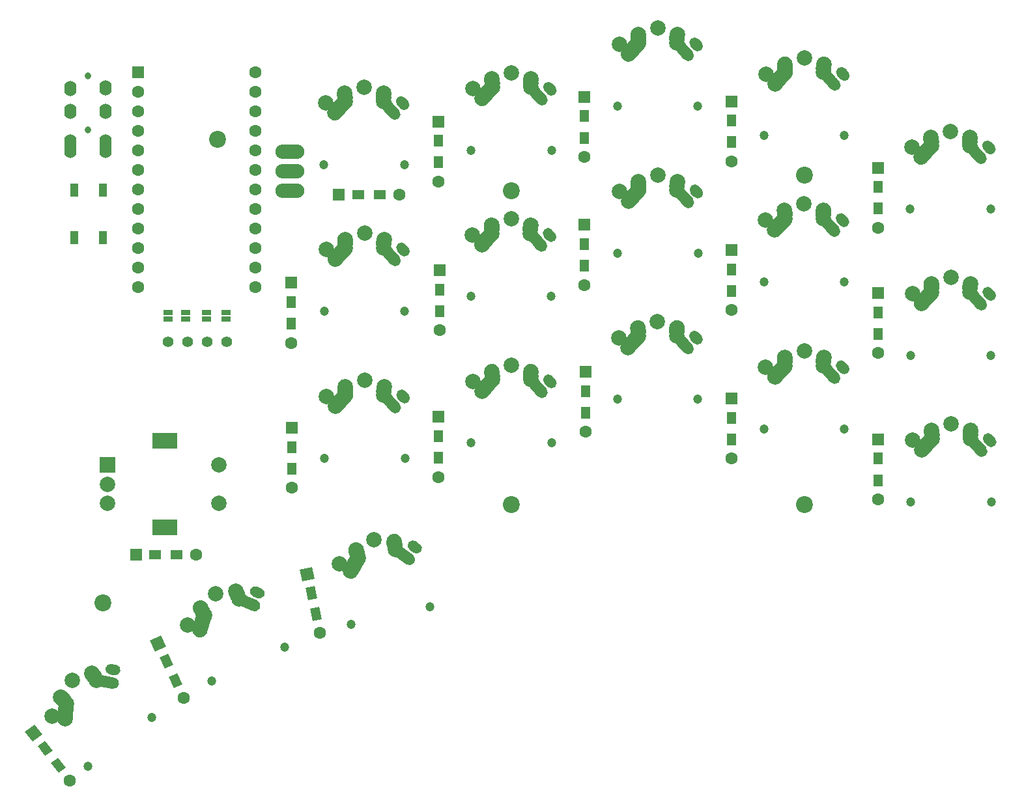
<source format=gbr>
%TF.GenerationSoftware,KiCad,Pcbnew,(5.1.7)-1*%
%TF.CreationDate,2021-07-12T16:27:12+05:30*%
%TF.ProjectId,Pteron36v0,50746572-6f6e-4333-9676-302e6b696361,rev?*%
%TF.SameCoordinates,Original*%
%TF.FileFunction,Soldermask,Bot*%
%TF.FilePolarity,Negative*%
%FSLAX46Y46*%
G04 Gerber Fmt 4.6, Leading zero omitted, Abs format (unit mm)*
G04 Created by KiCad (PCBNEW (5.1.7)-1) date 2021-07-12 16:27:12*
%MOMM*%
%LPD*%
G01*
G04 APERTURE LIST*
%ADD10C,1.200000*%
%ADD11C,2.000000*%
%ADD12C,2.200000*%
%ADD13C,1.600000*%
%ADD14R,1.600000X1.600000*%
%ADD15O,1.600000X2.000000*%
%ADD16C,0.800000*%
%ADD17R,2.000000X2.000000*%
%ADD18R,3.200000X2.000000*%
%ADD19R,1.600000X1.200000*%
%ADD20R,1.100000X1.800000*%
%ADD21O,3.759200X1.879600*%
%ADD22R,1.200000X1.600000*%
%ADD23C,0.100000*%
%ADD24R,1.270000X0.635000*%
%ADD25C,1.397000*%
G04 APERTURE END LIST*
D10*
%TO.C,SW28*%
X125881509Y-100269365D03*
X115441509Y-100269365D03*
G36*
G01*
X125982177Y-91578589D02*
X126382877Y-92025175D01*
G75*
G02*
X126329342Y-93013676I-521018J-467483D01*
G01*
X126329342Y-93013676D01*
G75*
G02*
X125340841Y-92960141I-467483J521018D01*
G01*
X124940141Y-92513555D01*
G75*
G02*
X124993676Y-91525054I521018J467483D01*
G01*
X124993676Y-91525054D01*
G75*
G02*
X125982177Y-91578589I467483J-521018D01*
G01*
G37*
D11*
X115661509Y-92269365D03*
X120661509Y-90169365D03*
G36*
G01*
X122164054Y-91501366D02*
X122203596Y-90921334D01*
G75*
G02*
X123269295Y-89991665I997684J-68015D01*
G01*
X123269295Y-89991665D01*
G75*
G02*
X124198964Y-91057364I-68015J-997684D01*
G01*
X124159422Y-91637396D01*
G75*
G02*
X123093723Y-92567065I-997684J68015D01*
G01*
X123093723Y-92567065D01*
G75*
G02*
X122164054Y-91501366I68015J997684D01*
G01*
G37*
X118121509Y-90989365D03*
X118161509Y-91569365D03*
G36*
G01*
X117163596Y-91637396D02*
X117124054Y-91057364D01*
G75*
G02*
X118053723Y-89991665I997684J68015D01*
G01*
X118053723Y-89991665D01*
G75*
G02*
X119119422Y-90921334I68015J-997684D01*
G01*
X119158964Y-91501366D01*
G75*
G02*
X118229295Y-92567065I-997684J-68015D01*
G01*
X118229295Y-92567065D01*
G75*
G02*
X117163596Y-91637396I-68015J997684D01*
G01*
G37*
G36*
G01*
X123803677Y-92785053D02*
X123803677Y-92785053D01*
G75*
G02*
X124862785Y-92842413I500874J-558234D01*
G01*
X125196701Y-93214569D01*
G75*
G02*
X125139341Y-94273677I-558234J-500874D01*
G01*
X125139341Y-94273677D01*
G75*
G02*
X124080233Y-94216317I-500874J558234D01*
G01*
X123746317Y-93844161D01*
G75*
G02*
X123803677Y-92785053I558234J500874D01*
G01*
G37*
X123161509Y-92069365D03*
G36*
G01*
X118905816Y-92737194D02*
X117595826Y-94197202D01*
G75*
G02*
X116183681Y-94273681I-744312J667833D01*
G01*
X116183681Y-94273681D01*
G75*
G02*
X116107202Y-92861536I667833J744312D01*
G01*
X117417192Y-91401528D01*
G75*
G02*
X118829337Y-91325049I744312J-667833D01*
G01*
X118829337Y-91325049D01*
G75*
G02*
X118905816Y-92737194I-667833J-744312D01*
G01*
G37*
G36*
G01*
X123552789Y-91382409D02*
X125196697Y-93214573D01*
G75*
G02*
X125139337Y-94273681I-558234J-500874D01*
G01*
X125139337Y-94273681D01*
G75*
G02*
X124080229Y-94216321I-500874J558234D01*
G01*
X122436321Y-92384157D01*
G75*
G02*
X122493681Y-91325049I558234J500874D01*
G01*
X122493681Y-91325049D01*
G75*
G02*
X123552789Y-91382409I500874J-558234D01*
G01*
G37*
X116851509Y-93529365D03*
X118161509Y-92069365D03*
X123201509Y-90989365D03*
X123161509Y-91569365D03*
%TD*%
D10*
%TO.C,SW27*%
X125862130Y-81143915D03*
X115422130Y-81143915D03*
G36*
G01*
X125962798Y-72453139D02*
X126363498Y-72899725D01*
G75*
G02*
X126309963Y-73888226I-521018J-467483D01*
G01*
X126309963Y-73888226D01*
G75*
G02*
X125321462Y-73834691I-467483J521018D01*
G01*
X124920762Y-73388105D01*
G75*
G02*
X124974297Y-72399604I521018J467483D01*
G01*
X124974297Y-72399604D01*
G75*
G02*
X125962798Y-72453139I467483J-521018D01*
G01*
G37*
D11*
X115642130Y-73143915D03*
X120642130Y-71043915D03*
G36*
G01*
X122144675Y-72375916D02*
X122184217Y-71795884D01*
G75*
G02*
X123249916Y-70866215I997684J-68015D01*
G01*
X123249916Y-70866215D01*
G75*
G02*
X124179585Y-71931914I-68015J-997684D01*
G01*
X124140043Y-72511946D01*
G75*
G02*
X123074344Y-73441615I-997684J68015D01*
G01*
X123074344Y-73441615D01*
G75*
G02*
X122144675Y-72375916I68015J997684D01*
G01*
G37*
X118102130Y-71863915D03*
X118142130Y-72443915D03*
G36*
G01*
X117144217Y-72511946D02*
X117104675Y-71931914D01*
G75*
G02*
X118034344Y-70866215I997684J68015D01*
G01*
X118034344Y-70866215D01*
G75*
G02*
X119100043Y-71795884I68015J-997684D01*
G01*
X119139585Y-72375916D01*
G75*
G02*
X118209916Y-73441615I-997684J-68015D01*
G01*
X118209916Y-73441615D01*
G75*
G02*
X117144217Y-72511946I-68015J997684D01*
G01*
G37*
G36*
G01*
X123784298Y-73659603D02*
X123784298Y-73659603D01*
G75*
G02*
X124843406Y-73716963I500874J-558234D01*
G01*
X125177322Y-74089119D01*
G75*
G02*
X125119962Y-75148227I-558234J-500874D01*
G01*
X125119962Y-75148227D01*
G75*
G02*
X124060854Y-75090867I-500874J558234D01*
G01*
X123726938Y-74718711D01*
G75*
G02*
X123784298Y-73659603I558234J500874D01*
G01*
G37*
X123142130Y-72943915D03*
G36*
G01*
X118886437Y-73611744D02*
X117576447Y-75071752D01*
G75*
G02*
X116164302Y-75148231I-744312J667833D01*
G01*
X116164302Y-75148231D01*
G75*
G02*
X116087823Y-73736086I667833J744312D01*
G01*
X117397813Y-72276078D01*
G75*
G02*
X118809958Y-72199599I744312J-667833D01*
G01*
X118809958Y-72199599D01*
G75*
G02*
X118886437Y-73611744I-667833J-744312D01*
G01*
G37*
G36*
G01*
X123533410Y-72256959D02*
X125177318Y-74089123D01*
G75*
G02*
X125119958Y-75148231I-558234J-500874D01*
G01*
X125119958Y-75148231D01*
G75*
G02*
X124060850Y-75090871I-500874J558234D01*
G01*
X122416942Y-73258707D01*
G75*
G02*
X122474302Y-72199599I558234J500874D01*
G01*
X122474302Y-72199599D01*
G75*
G02*
X123533410Y-72256959I500874J-558234D01*
G01*
G37*
X116832130Y-74403915D03*
X118142130Y-72943915D03*
X123182130Y-71863915D03*
X123142130Y-72443915D03*
%TD*%
D10*
%TO.C,SW26*%
X125818486Y-62109020D03*
X115378486Y-62109020D03*
G36*
G01*
X125919154Y-53418244D02*
X126319854Y-53864830D01*
G75*
G02*
X126266319Y-54853331I-521018J-467483D01*
G01*
X126266319Y-54853331D01*
G75*
G02*
X125277818Y-54799796I-467483J521018D01*
G01*
X124877118Y-54353210D01*
G75*
G02*
X124930653Y-53364709I521018J467483D01*
G01*
X124930653Y-53364709D01*
G75*
G02*
X125919154Y-53418244I467483J-521018D01*
G01*
G37*
D11*
X115598486Y-54109020D03*
X120598486Y-52009020D03*
G36*
G01*
X122101031Y-53341021D02*
X122140573Y-52760989D01*
G75*
G02*
X123206272Y-51831320I997684J-68015D01*
G01*
X123206272Y-51831320D01*
G75*
G02*
X124135941Y-52897019I-68015J-997684D01*
G01*
X124096399Y-53477051D01*
G75*
G02*
X123030700Y-54406720I-997684J68015D01*
G01*
X123030700Y-54406720D01*
G75*
G02*
X122101031Y-53341021I68015J997684D01*
G01*
G37*
X118058486Y-52829020D03*
X118098486Y-53409020D03*
G36*
G01*
X117100573Y-53477051D02*
X117061031Y-52897019D01*
G75*
G02*
X117990700Y-51831320I997684J68015D01*
G01*
X117990700Y-51831320D01*
G75*
G02*
X119056399Y-52760989I68015J-997684D01*
G01*
X119095941Y-53341021D01*
G75*
G02*
X118166272Y-54406720I-997684J-68015D01*
G01*
X118166272Y-54406720D01*
G75*
G02*
X117100573Y-53477051I-68015J997684D01*
G01*
G37*
G36*
G01*
X123740654Y-54624708D02*
X123740654Y-54624708D01*
G75*
G02*
X124799762Y-54682068I500874J-558234D01*
G01*
X125133678Y-55054224D01*
G75*
G02*
X125076318Y-56113332I-558234J-500874D01*
G01*
X125076318Y-56113332D01*
G75*
G02*
X124017210Y-56055972I-500874J558234D01*
G01*
X123683294Y-55683816D01*
G75*
G02*
X123740654Y-54624708I558234J500874D01*
G01*
G37*
X123098486Y-53909020D03*
G36*
G01*
X118842793Y-54576849D02*
X117532803Y-56036857D01*
G75*
G02*
X116120658Y-56113336I-744312J667833D01*
G01*
X116120658Y-56113336D01*
G75*
G02*
X116044179Y-54701191I667833J744312D01*
G01*
X117354169Y-53241183D01*
G75*
G02*
X118766314Y-53164704I744312J-667833D01*
G01*
X118766314Y-53164704D01*
G75*
G02*
X118842793Y-54576849I-667833J-744312D01*
G01*
G37*
G36*
G01*
X123489766Y-53222064D02*
X125133674Y-55054228D01*
G75*
G02*
X125076314Y-56113336I-558234J-500874D01*
G01*
X125076314Y-56113336D01*
G75*
G02*
X124017206Y-56055976I-500874J558234D01*
G01*
X122373298Y-54223812D01*
G75*
G02*
X122430658Y-53164704I558234J500874D01*
G01*
X122430658Y-53164704D01*
G75*
G02*
X123489766Y-53222064I500874J-558234D01*
G01*
G37*
X116788486Y-55369020D03*
X118098486Y-53909020D03*
X123138486Y-52829020D03*
X123098486Y-53409020D03*
%TD*%
D10*
%TO.C,SW24*%
X144948913Y-98293290D03*
X134508913Y-98293290D03*
G36*
G01*
X145049581Y-89602514D02*
X145450281Y-90049100D01*
G75*
G02*
X145396746Y-91037601I-521018J-467483D01*
G01*
X145396746Y-91037601D01*
G75*
G02*
X144408245Y-90984066I-467483J521018D01*
G01*
X144007545Y-90537480D01*
G75*
G02*
X144061080Y-89548979I521018J467483D01*
G01*
X144061080Y-89548979D01*
G75*
G02*
X145049581Y-89602514I467483J-521018D01*
G01*
G37*
D11*
X134728913Y-90293290D03*
X139728913Y-88193290D03*
G36*
G01*
X141231458Y-89525291D02*
X141271000Y-88945259D01*
G75*
G02*
X142336699Y-88015590I997684J-68015D01*
G01*
X142336699Y-88015590D01*
G75*
G02*
X143266368Y-89081289I-68015J-997684D01*
G01*
X143226826Y-89661321D01*
G75*
G02*
X142161127Y-90590990I-997684J68015D01*
G01*
X142161127Y-90590990D01*
G75*
G02*
X141231458Y-89525291I68015J997684D01*
G01*
G37*
X137188913Y-89013290D03*
X137228913Y-89593290D03*
G36*
G01*
X136231000Y-89661321D02*
X136191458Y-89081289D01*
G75*
G02*
X137121127Y-88015590I997684J68015D01*
G01*
X137121127Y-88015590D01*
G75*
G02*
X138186826Y-88945259I68015J-997684D01*
G01*
X138226368Y-89525291D01*
G75*
G02*
X137296699Y-90590990I-997684J-68015D01*
G01*
X137296699Y-90590990D01*
G75*
G02*
X136231000Y-89661321I-68015J997684D01*
G01*
G37*
G36*
G01*
X142871081Y-90808978D02*
X142871081Y-90808978D01*
G75*
G02*
X143930189Y-90866338I500874J-558234D01*
G01*
X144264105Y-91238494D01*
G75*
G02*
X144206745Y-92297602I-558234J-500874D01*
G01*
X144206745Y-92297602D01*
G75*
G02*
X143147637Y-92240242I-500874J558234D01*
G01*
X142813721Y-91868086D01*
G75*
G02*
X142871081Y-90808978I558234J500874D01*
G01*
G37*
X142228913Y-90093290D03*
G36*
G01*
X137973220Y-90761119D02*
X136663230Y-92221127D01*
G75*
G02*
X135251085Y-92297606I-744312J667833D01*
G01*
X135251085Y-92297606D01*
G75*
G02*
X135174606Y-90885461I667833J744312D01*
G01*
X136484596Y-89425453D01*
G75*
G02*
X137896741Y-89348974I744312J-667833D01*
G01*
X137896741Y-89348974D01*
G75*
G02*
X137973220Y-90761119I-667833J-744312D01*
G01*
G37*
G36*
G01*
X142620193Y-89406334D02*
X144264101Y-91238498D01*
G75*
G02*
X144206741Y-92297606I-558234J-500874D01*
G01*
X144206741Y-92297606D01*
G75*
G02*
X143147633Y-92240246I-500874J558234D01*
G01*
X141503725Y-90408082D01*
G75*
G02*
X141561085Y-89348974I558234J500874D01*
G01*
X141561085Y-89348974D01*
G75*
G02*
X142620193Y-89406334I500874J-558234D01*
G01*
G37*
X135918913Y-91553290D03*
X137228913Y-90093290D03*
X142268913Y-89013290D03*
X142228913Y-89593290D03*
%TD*%
D10*
%TO.C,SW23*%
X144905269Y-79258394D03*
X134465269Y-79258394D03*
G36*
G01*
X145005937Y-70567618D02*
X145406637Y-71014204D01*
G75*
G02*
X145353102Y-72002705I-521018J-467483D01*
G01*
X145353102Y-72002705D01*
G75*
G02*
X144364601Y-71949170I-467483J521018D01*
G01*
X143963901Y-71502584D01*
G75*
G02*
X144017436Y-70514083I521018J467483D01*
G01*
X144017436Y-70514083D01*
G75*
G02*
X145005937Y-70567618I467483J-521018D01*
G01*
G37*
D11*
X134685269Y-71258394D03*
X139685269Y-69158394D03*
G36*
G01*
X141187814Y-70490395D02*
X141227356Y-69910363D01*
G75*
G02*
X142293055Y-68980694I997684J-68015D01*
G01*
X142293055Y-68980694D01*
G75*
G02*
X143222724Y-70046393I-68015J-997684D01*
G01*
X143183182Y-70626425D01*
G75*
G02*
X142117483Y-71556094I-997684J68015D01*
G01*
X142117483Y-71556094D01*
G75*
G02*
X141187814Y-70490395I68015J997684D01*
G01*
G37*
X137145269Y-69978394D03*
X137185269Y-70558394D03*
G36*
G01*
X136187356Y-70626425D02*
X136147814Y-70046393D01*
G75*
G02*
X137077483Y-68980694I997684J68015D01*
G01*
X137077483Y-68980694D01*
G75*
G02*
X138143182Y-69910363I68015J-997684D01*
G01*
X138182724Y-70490395D01*
G75*
G02*
X137253055Y-71556094I-997684J-68015D01*
G01*
X137253055Y-71556094D01*
G75*
G02*
X136187356Y-70626425I-68015J997684D01*
G01*
G37*
G36*
G01*
X142827437Y-71774082D02*
X142827437Y-71774082D01*
G75*
G02*
X143886545Y-71831442I500874J-558234D01*
G01*
X144220461Y-72203598D01*
G75*
G02*
X144163101Y-73262706I-558234J-500874D01*
G01*
X144163101Y-73262706D01*
G75*
G02*
X143103993Y-73205346I-500874J558234D01*
G01*
X142770077Y-72833190D01*
G75*
G02*
X142827437Y-71774082I558234J500874D01*
G01*
G37*
X142185269Y-71058394D03*
G36*
G01*
X137929576Y-71726223D02*
X136619586Y-73186231D01*
G75*
G02*
X135207441Y-73262710I-744312J667833D01*
G01*
X135207441Y-73262710D01*
G75*
G02*
X135130962Y-71850565I667833J744312D01*
G01*
X136440952Y-70390557D01*
G75*
G02*
X137853097Y-70314078I744312J-667833D01*
G01*
X137853097Y-70314078D01*
G75*
G02*
X137929576Y-71726223I-667833J-744312D01*
G01*
G37*
G36*
G01*
X142576549Y-70371438D02*
X144220457Y-72203602D01*
G75*
G02*
X144163097Y-73262710I-558234J-500874D01*
G01*
X144163097Y-73262710D01*
G75*
G02*
X143103989Y-73205350I-500874J558234D01*
G01*
X141460081Y-71373186D01*
G75*
G02*
X141517441Y-70314078I558234J500874D01*
G01*
X141517441Y-70314078D01*
G75*
G02*
X142576549Y-70371438I500874J-558234D01*
G01*
G37*
X135875269Y-72518394D03*
X137185269Y-71058394D03*
X142225269Y-69978394D03*
X142185269Y-70558394D03*
%TD*%
D10*
%TO.C,SW22*%
X144952181Y-60247769D03*
X134512181Y-60247769D03*
G36*
G01*
X145052849Y-51556993D02*
X145453549Y-52003579D01*
G75*
G02*
X145400014Y-52992080I-521018J-467483D01*
G01*
X145400014Y-52992080D01*
G75*
G02*
X144411513Y-52938545I-467483J521018D01*
G01*
X144010813Y-52491959D01*
G75*
G02*
X144064348Y-51503458I521018J467483D01*
G01*
X144064348Y-51503458D01*
G75*
G02*
X145052849Y-51556993I467483J-521018D01*
G01*
G37*
D11*
X134732181Y-52247769D03*
X139732181Y-50147769D03*
G36*
G01*
X141234726Y-51479770D02*
X141274268Y-50899738D01*
G75*
G02*
X142339967Y-49970069I997684J-68015D01*
G01*
X142339967Y-49970069D01*
G75*
G02*
X143269636Y-51035768I-68015J-997684D01*
G01*
X143230094Y-51615800D01*
G75*
G02*
X142164395Y-52545469I-997684J68015D01*
G01*
X142164395Y-52545469D01*
G75*
G02*
X141234726Y-51479770I68015J997684D01*
G01*
G37*
X137192181Y-50967769D03*
X137232181Y-51547769D03*
G36*
G01*
X136234268Y-51615800D02*
X136194726Y-51035768D01*
G75*
G02*
X137124395Y-49970069I997684J68015D01*
G01*
X137124395Y-49970069D01*
G75*
G02*
X138190094Y-50899738I68015J-997684D01*
G01*
X138229636Y-51479770D01*
G75*
G02*
X137299967Y-52545469I-997684J-68015D01*
G01*
X137299967Y-52545469D01*
G75*
G02*
X136234268Y-51615800I-68015J997684D01*
G01*
G37*
G36*
G01*
X142874349Y-52763457D02*
X142874349Y-52763457D01*
G75*
G02*
X143933457Y-52820817I500874J-558234D01*
G01*
X144267373Y-53192973D01*
G75*
G02*
X144210013Y-54252081I-558234J-500874D01*
G01*
X144210013Y-54252081D01*
G75*
G02*
X143150905Y-54194721I-500874J558234D01*
G01*
X142816989Y-53822565D01*
G75*
G02*
X142874349Y-52763457I558234J500874D01*
G01*
G37*
X142232181Y-52047769D03*
G36*
G01*
X137976488Y-52715598D02*
X136666498Y-54175606D01*
G75*
G02*
X135254353Y-54252085I-744312J667833D01*
G01*
X135254353Y-54252085D01*
G75*
G02*
X135177874Y-52839940I667833J744312D01*
G01*
X136487864Y-51379932D01*
G75*
G02*
X137900009Y-51303453I744312J-667833D01*
G01*
X137900009Y-51303453D01*
G75*
G02*
X137976488Y-52715598I-667833J-744312D01*
G01*
G37*
G36*
G01*
X142623461Y-51360813D02*
X144267369Y-53192977D01*
G75*
G02*
X144210009Y-54252085I-558234J-500874D01*
G01*
X144210009Y-54252085D01*
G75*
G02*
X143150901Y-54194725I-500874J558234D01*
G01*
X141506993Y-52362561D01*
G75*
G02*
X141564353Y-51303453I558234J500874D01*
G01*
X141564353Y-51303453D01*
G75*
G02*
X142623461Y-51360813I500874J-558234D01*
G01*
G37*
X135922181Y-53507769D03*
X137232181Y-52047769D03*
X142272181Y-50967769D03*
X142232181Y-51547769D03*
%TD*%
D10*
%TO.C,SW20*%
X92976811Y-133986528D03*
X84694203Y-140341998D03*
G36*
G01*
X87766067Y-127030389D02*
X88355829Y-127140759D01*
G75*
G02*
X88915118Y-127957580I-128766J-688055D01*
G01*
X88915118Y-127957580D01*
G75*
G02*
X88098297Y-128516869I-688055J128766D01*
G01*
X87508535Y-128406499D01*
G75*
G02*
X86949246Y-127589678I128766J688055D01*
G01*
X86949246Y-127589678D01*
G75*
G02*
X87766067Y-127030389I688055J-128766D01*
G01*
G37*
D11*
X79998649Y-133861243D03*
X82687017Y-129151394D03*
G36*
G01*
X84689936Y-129293451D02*
X84368206Y-128809209D01*
G75*
G02*
X84647735Y-127422896I832921J553392D01*
G01*
X84647735Y-127422896D01*
G75*
G02*
X86034048Y-127702425I553392J-832921D01*
G01*
X86355778Y-128186667D01*
G75*
G02*
X86076249Y-129572980I-832921J-553392D01*
G01*
X86076249Y-129572980D01*
G75*
G02*
X84689936Y-129293451I-553392J832921D01*
G01*
G37*
X81171083Y-131348198D03*
X81555899Y-131783993D03*
G36*
G01*
X80805616Y-132445456D02*
X80421144Y-132009358D01*
G75*
G02*
X80509943Y-130597935I750111J661312D01*
G01*
X80509943Y-130597935D01*
G75*
G02*
X81921366Y-130686734I661312J-750111D01*
G01*
X82305838Y-131122832D01*
G75*
G02*
X82217039Y-132534255I-750111J-661312D01*
G01*
X82217039Y-132534255D01*
G75*
G02*
X80805616Y-132445456I-661312J750111D01*
G01*
G37*
G36*
G01*
X86772195Y-129313728D02*
X86772195Y-129313728D01*
G75*
G02*
X87647361Y-128714490I737202J-137964D01*
G01*
X88138829Y-128806466D01*
G75*
G02*
X88738067Y-129681632I-137964J-737202D01*
G01*
X88738067Y-129681632D01*
G75*
G02*
X87862901Y-130280870I-737202J137964D01*
G01*
X87371433Y-130188894D01*
G75*
G02*
X86772195Y-129313728I137964J737202D01*
G01*
G37*
X85827047Y-129136862D03*
G36*
G01*
X82857326Y-132257388D02*
X82706838Y-134213162D01*
G75*
G02*
X81633066Y-135133496I-997053J76719D01*
G01*
X81633066Y-135133496D01*
G75*
G02*
X80712732Y-134059724I76719J997053D01*
G01*
X80863220Y-132103950D01*
G75*
G02*
X81936992Y-131183616I997053J-76719D01*
G01*
X81936992Y-131183616D01*
G75*
G02*
X82857326Y-132257388I-76719J-997053D01*
G01*
G37*
G36*
G01*
X85719278Y-128353666D02*
X88138828Y-128806472D01*
G75*
G02*
X88738066Y-129681638I-137964J-737202D01*
G01*
X88738066Y-129681638D01*
G75*
G02*
X87862900Y-130280876I-737202J137964D01*
G01*
X85443350Y-129828070D01*
G75*
G02*
X84844112Y-128952904I137964J737202D01*
G01*
X84844112Y-128952904D01*
G75*
G02*
X85719278Y-128353666I737202J-137964D01*
G01*
G37*
X81709779Y-134136443D03*
X81860280Y-132180669D03*
X85201318Y-128255690D03*
X85522666Y-128740185D03*
%TD*%
D10*
%TO.C,SW19*%
X163942246Y-92609196D03*
X153502246Y-92609196D03*
G36*
G01*
X164042914Y-83918420D02*
X164443614Y-84365006D01*
G75*
G02*
X164390079Y-85353507I-521018J-467483D01*
G01*
X164390079Y-85353507D01*
G75*
G02*
X163401578Y-85299972I-467483J521018D01*
G01*
X163000878Y-84853386D01*
G75*
G02*
X163054413Y-83864885I521018J467483D01*
G01*
X163054413Y-83864885D01*
G75*
G02*
X164042914Y-83918420I467483J-521018D01*
G01*
G37*
D11*
X153722246Y-84609196D03*
X158722246Y-82509196D03*
G36*
G01*
X160224791Y-83841197D02*
X160264333Y-83261165D01*
G75*
G02*
X161330032Y-82331496I997684J-68015D01*
G01*
X161330032Y-82331496D01*
G75*
G02*
X162259701Y-83397195I-68015J-997684D01*
G01*
X162220159Y-83977227D01*
G75*
G02*
X161154460Y-84906896I-997684J68015D01*
G01*
X161154460Y-84906896D01*
G75*
G02*
X160224791Y-83841197I68015J997684D01*
G01*
G37*
X156182246Y-83329196D03*
X156222246Y-83909196D03*
G36*
G01*
X155224333Y-83977227D02*
X155184791Y-83397195D01*
G75*
G02*
X156114460Y-82331496I997684J68015D01*
G01*
X156114460Y-82331496D01*
G75*
G02*
X157180159Y-83261165I68015J-997684D01*
G01*
X157219701Y-83841197D01*
G75*
G02*
X156290032Y-84906896I-997684J-68015D01*
G01*
X156290032Y-84906896D01*
G75*
G02*
X155224333Y-83977227I-68015J997684D01*
G01*
G37*
G36*
G01*
X161864414Y-85124884D02*
X161864414Y-85124884D01*
G75*
G02*
X162923522Y-85182244I500874J-558234D01*
G01*
X163257438Y-85554400D01*
G75*
G02*
X163200078Y-86613508I-558234J-500874D01*
G01*
X163200078Y-86613508D01*
G75*
G02*
X162140970Y-86556148I-500874J558234D01*
G01*
X161807054Y-86183992D01*
G75*
G02*
X161864414Y-85124884I558234J500874D01*
G01*
G37*
X161222246Y-84409196D03*
G36*
G01*
X156966553Y-85077025D02*
X155656563Y-86537033D01*
G75*
G02*
X154244418Y-86613512I-744312J667833D01*
G01*
X154244418Y-86613512D01*
G75*
G02*
X154167939Y-85201367I667833J744312D01*
G01*
X155477929Y-83741359D01*
G75*
G02*
X156890074Y-83664880I744312J-667833D01*
G01*
X156890074Y-83664880D01*
G75*
G02*
X156966553Y-85077025I-667833J-744312D01*
G01*
G37*
G36*
G01*
X161613526Y-83722240D02*
X163257434Y-85554404D01*
G75*
G02*
X163200074Y-86613512I-558234J-500874D01*
G01*
X163200074Y-86613512D01*
G75*
G02*
X162140966Y-86556152I-500874J558234D01*
G01*
X160497058Y-84723988D01*
G75*
G02*
X160554418Y-83664880I558234J500874D01*
G01*
X160554418Y-83664880D01*
G75*
G02*
X161613526Y-83722240I500874J-558234D01*
G01*
G37*
X154912246Y-85869196D03*
X156222246Y-84409196D03*
X161262246Y-83329196D03*
X161222246Y-83909196D03*
%TD*%
D10*
%TO.C,SW18*%
X163989162Y-73598567D03*
X153549162Y-73598567D03*
G36*
G01*
X164089830Y-64907791D02*
X164490530Y-65354377D01*
G75*
G02*
X164436995Y-66342878I-521018J-467483D01*
G01*
X164436995Y-66342878D01*
G75*
G02*
X163448494Y-66289343I-467483J521018D01*
G01*
X163047794Y-65842757D01*
G75*
G02*
X163101329Y-64854256I521018J467483D01*
G01*
X163101329Y-64854256D01*
G75*
G02*
X164089830Y-64907791I467483J-521018D01*
G01*
G37*
D11*
X153769162Y-65598567D03*
X158769162Y-63498567D03*
G36*
G01*
X160271707Y-64830568D02*
X160311249Y-64250536D01*
G75*
G02*
X161376948Y-63320867I997684J-68015D01*
G01*
X161376948Y-63320867D01*
G75*
G02*
X162306617Y-64386566I-68015J-997684D01*
G01*
X162267075Y-64966598D01*
G75*
G02*
X161201376Y-65896267I-997684J68015D01*
G01*
X161201376Y-65896267D01*
G75*
G02*
X160271707Y-64830568I68015J997684D01*
G01*
G37*
X156229162Y-64318567D03*
X156269162Y-64898567D03*
G36*
G01*
X155271249Y-64966598D02*
X155231707Y-64386566D01*
G75*
G02*
X156161376Y-63320867I997684J68015D01*
G01*
X156161376Y-63320867D01*
G75*
G02*
X157227075Y-64250536I68015J-997684D01*
G01*
X157266617Y-64830568D01*
G75*
G02*
X156336948Y-65896267I-997684J-68015D01*
G01*
X156336948Y-65896267D01*
G75*
G02*
X155271249Y-64966598I-68015J997684D01*
G01*
G37*
G36*
G01*
X161911330Y-66114255D02*
X161911330Y-66114255D01*
G75*
G02*
X162970438Y-66171615I500874J-558234D01*
G01*
X163304354Y-66543771D01*
G75*
G02*
X163246994Y-67602879I-558234J-500874D01*
G01*
X163246994Y-67602879D01*
G75*
G02*
X162187886Y-67545519I-500874J558234D01*
G01*
X161853970Y-67173363D01*
G75*
G02*
X161911330Y-66114255I558234J500874D01*
G01*
G37*
X161269162Y-65398567D03*
G36*
G01*
X157013469Y-66066396D02*
X155703479Y-67526404D01*
G75*
G02*
X154291334Y-67602883I-744312J667833D01*
G01*
X154291334Y-67602883D01*
G75*
G02*
X154214855Y-66190738I667833J744312D01*
G01*
X155524845Y-64730730D01*
G75*
G02*
X156936990Y-64654251I744312J-667833D01*
G01*
X156936990Y-64654251D01*
G75*
G02*
X157013469Y-66066396I-667833J-744312D01*
G01*
G37*
G36*
G01*
X161660442Y-64711611D02*
X163304350Y-66543775D01*
G75*
G02*
X163246990Y-67602883I-558234J-500874D01*
G01*
X163246990Y-67602883D01*
G75*
G02*
X162187882Y-67545523I-500874J558234D01*
G01*
X160543974Y-65713359D01*
G75*
G02*
X160601334Y-64654251I558234J500874D01*
G01*
X160601334Y-64654251D01*
G75*
G02*
X161660442Y-64711611I500874J-558234D01*
G01*
G37*
X154959162Y-66858567D03*
X156269162Y-65398567D03*
X161309162Y-64318567D03*
X161269162Y-64898567D03*
%TD*%
D10*
%TO.C,SW17*%
X163969779Y-54473116D03*
X153529779Y-54473116D03*
G36*
G01*
X164070447Y-45782340D02*
X164471147Y-46228926D01*
G75*
G02*
X164417612Y-47217427I-521018J-467483D01*
G01*
X164417612Y-47217427D01*
G75*
G02*
X163429111Y-47163892I-467483J521018D01*
G01*
X163028411Y-46717306D01*
G75*
G02*
X163081946Y-45728805I521018J467483D01*
G01*
X163081946Y-45728805D01*
G75*
G02*
X164070447Y-45782340I467483J-521018D01*
G01*
G37*
D11*
X153749779Y-46473116D03*
X158749779Y-44373116D03*
G36*
G01*
X160252324Y-45705117D02*
X160291866Y-45125085D01*
G75*
G02*
X161357565Y-44195416I997684J-68015D01*
G01*
X161357565Y-44195416D01*
G75*
G02*
X162287234Y-45261115I-68015J-997684D01*
G01*
X162247692Y-45841147D01*
G75*
G02*
X161181993Y-46770816I-997684J68015D01*
G01*
X161181993Y-46770816D01*
G75*
G02*
X160252324Y-45705117I68015J997684D01*
G01*
G37*
X156209779Y-45193116D03*
X156249779Y-45773116D03*
G36*
G01*
X155251866Y-45841147D02*
X155212324Y-45261115D01*
G75*
G02*
X156141993Y-44195416I997684J68015D01*
G01*
X156141993Y-44195416D01*
G75*
G02*
X157207692Y-45125085I68015J-997684D01*
G01*
X157247234Y-45705117D01*
G75*
G02*
X156317565Y-46770816I-997684J-68015D01*
G01*
X156317565Y-46770816D01*
G75*
G02*
X155251866Y-45841147I-68015J997684D01*
G01*
G37*
G36*
G01*
X161891947Y-46988804D02*
X161891947Y-46988804D01*
G75*
G02*
X162951055Y-47046164I500874J-558234D01*
G01*
X163284971Y-47418320D01*
G75*
G02*
X163227611Y-48477428I-558234J-500874D01*
G01*
X163227611Y-48477428D01*
G75*
G02*
X162168503Y-48420068I-500874J558234D01*
G01*
X161834587Y-48047912D01*
G75*
G02*
X161891947Y-46988804I558234J500874D01*
G01*
G37*
X161249779Y-46273116D03*
G36*
G01*
X156994086Y-46940945D02*
X155684096Y-48400953D01*
G75*
G02*
X154271951Y-48477432I-744312J667833D01*
G01*
X154271951Y-48477432D01*
G75*
G02*
X154195472Y-47065287I667833J744312D01*
G01*
X155505462Y-45605279D01*
G75*
G02*
X156917607Y-45528800I744312J-667833D01*
G01*
X156917607Y-45528800D01*
G75*
G02*
X156994086Y-46940945I-667833J-744312D01*
G01*
G37*
G36*
G01*
X161641059Y-45586160D02*
X163284967Y-47418324D01*
G75*
G02*
X163227607Y-48477432I-558234J-500874D01*
G01*
X163227607Y-48477432D01*
G75*
G02*
X162168499Y-48420072I-500874J558234D01*
G01*
X160524591Y-46587908D01*
G75*
G02*
X160581951Y-45528800I558234J500874D01*
G01*
X160581951Y-45528800D01*
G75*
G02*
X161641059Y-45586160I500874J-558234D01*
G01*
G37*
X154939779Y-47733116D03*
X156249779Y-46273116D03*
X161289779Y-45193116D03*
X161249779Y-45773116D03*
%TD*%
D10*
%TO.C,SW15*%
X110268018Y-124879285D03*
X100806165Y-129291420D03*
G36*
G01*
X106686375Y-116960223D02*
X107238267Y-117195625D01*
G75*
G02*
X107607506Y-118114136I-274636J-643875D01*
G01*
X107607506Y-118114136D01*
G75*
G02*
X106688995Y-118483375I-643875J274636D01*
G01*
X106137103Y-118247973D01*
G75*
G02*
X105767864Y-117329462I274636J643875D01*
G01*
X105767864Y-117329462D01*
G75*
G02*
X106686375Y-116960223I643875J-274636D01*
G01*
G37*
D11*
X97624607Y-121947982D03*
X101268647Y-117931644D03*
G36*
G01*
X103193342Y-118503844D02*
X102984048Y-117961446D01*
G75*
G02*
X103557005Y-116668495I932954J359997D01*
G01*
X103557005Y-116668495D01*
G75*
G02*
X104849956Y-117241452I359997J-932954D01*
G01*
X105059250Y-117783850D01*
G75*
G02*
X104486293Y-119076801I-932954J-359997D01*
G01*
X104486293Y-119076801D01*
G75*
G02*
X103193342Y-118503844I-359997J932954D01*
G01*
G37*
X99313172Y-119748267D03*
X99594543Y-120257021D03*
G36*
G01*
X98718878Y-120740414D02*
X98437908Y-120231438D01*
G75*
G02*
X98830091Y-118872691I875465J483282D01*
G01*
X98830091Y-118872691D01*
G75*
G02*
X100188838Y-119264874I483282J-875465D01*
G01*
X100469808Y-119773850D01*
G75*
G02*
X100077625Y-121132597I-875465J-483282D01*
G01*
X100077625Y-121132597D01*
G75*
G02*
X98718878Y-120740414I-483282J875465D01*
G01*
G37*
G36*
G01*
X105221856Y-118974326D02*
X105221856Y-118974326D01*
G75*
G02*
X106205975Y-118578713I689866J-294253D01*
G01*
X106665885Y-118774881D01*
G75*
G02*
X107061498Y-119759000I-294253J-689866D01*
G01*
X107061498Y-119759000D01*
G75*
G02*
X106077379Y-120154613I-689866J294253D01*
G01*
X105617469Y-119958445D01*
G75*
G02*
X105221856Y-118974326I294253J689866D01*
G01*
G37*
X104337391Y-118597083D03*
G36*
G01*
X100762660Y-121000874D02*
X100192432Y-122877718D01*
G75*
G02*
X98944916Y-123543830I-956814J290702D01*
G01*
X98944916Y-123543830D01*
G75*
G02*
X98278804Y-122296314I290702J956814D01*
G01*
X98849032Y-120419470D01*
G75*
G02*
X100096548Y-119753358I956814J-290702D01*
G01*
X100096548Y-119753358D01*
G75*
G02*
X100762660Y-121000874I-290702J-956814D01*
G01*
G37*
G36*
G01*
X104401691Y-117809127D02*
X106665883Y-118774887D01*
G75*
G02*
X107061496Y-119759006I-294253J-689866D01*
G01*
X107061496Y-119759006D01*
G75*
G02*
X106077377Y-120154619I-689866J294253D01*
G01*
X103813185Y-119188859D01*
G75*
G02*
X103417572Y-118204740I294253J689866D01*
G01*
X103417572Y-118204740D01*
G75*
G02*
X104401691Y-117809127I689866J-294253D01*
G01*
G37*
X99235612Y-122587014D03*
X99805852Y-120710175D03*
X103917216Y-117601366D03*
X104126082Y-118143929D03*
%TD*%
D10*
%TO.C,SW14*%
X183002678Y-96454677D03*
X172562678Y-96454677D03*
G36*
G01*
X183103346Y-87763901D02*
X183504046Y-88210487D01*
G75*
G02*
X183450511Y-89198988I-521018J-467483D01*
G01*
X183450511Y-89198988D01*
G75*
G02*
X182462010Y-89145453I-467483J521018D01*
G01*
X182061310Y-88698867D01*
G75*
G02*
X182114845Y-87710366I521018J467483D01*
G01*
X182114845Y-87710366D01*
G75*
G02*
X183103346Y-87763901I467483J-521018D01*
G01*
G37*
D11*
X172782678Y-88454677D03*
X177782678Y-86354677D03*
G36*
G01*
X179285223Y-87686678D02*
X179324765Y-87106646D01*
G75*
G02*
X180390464Y-86176977I997684J-68015D01*
G01*
X180390464Y-86176977D01*
G75*
G02*
X181320133Y-87242676I-68015J-997684D01*
G01*
X181280591Y-87822708D01*
G75*
G02*
X180214892Y-88752377I-997684J68015D01*
G01*
X180214892Y-88752377D01*
G75*
G02*
X179285223Y-87686678I68015J997684D01*
G01*
G37*
X175242678Y-87174677D03*
X175282678Y-87754677D03*
G36*
G01*
X174284765Y-87822708D02*
X174245223Y-87242676D01*
G75*
G02*
X175174892Y-86176977I997684J68015D01*
G01*
X175174892Y-86176977D01*
G75*
G02*
X176240591Y-87106646I68015J-997684D01*
G01*
X176280133Y-87686678D01*
G75*
G02*
X175350464Y-88752377I-997684J-68015D01*
G01*
X175350464Y-88752377D01*
G75*
G02*
X174284765Y-87822708I-68015J997684D01*
G01*
G37*
G36*
G01*
X180924846Y-88970365D02*
X180924846Y-88970365D01*
G75*
G02*
X181983954Y-89027725I500874J-558234D01*
G01*
X182317870Y-89399881D01*
G75*
G02*
X182260510Y-90458989I-558234J-500874D01*
G01*
X182260510Y-90458989D01*
G75*
G02*
X181201402Y-90401629I-500874J558234D01*
G01*
X180867486Y-90029473D01*
G75*
G02*
X180924846Y-88970365I558234J500874D01*
G01*
G37*
X180282678Y-88254677D03*
G36*
G01*
X176026985Y-88922506D02*
X174716995Y-90382514D01*
G75*
G02*
X173304850Y-90458993I-744312J667833D01*
G01*
X173304850Y-90458993D01*
G75*
G02*
X173228371Y-89046848I667833J744312D01*
G01*
X174538361Y-87586840D01*
G75*
G02*
X175950506Y-87510361I744312J-667833D01*
G01*
X175950506Y-87510361D01*
G75*
G02*
X176026985Y-88922506I-667833J-744312D01*
G01*
G37*
G36*
G01*
X180673958Y-87567721D02*
X182317866Y-89399885D01*
G75*
G02*
X182260506Y-90458993I-558234J-500874D01*
G01*
X182260506Y-90458993D01*
G75*
G02*
X181201398Y-90401633I-500874J558234D01*
G01*
X179557490Y-88569469D01*
G75*
G02*
X179614850Y-87510361I558234J500874D01*
G01*
X179614850Y-87510361D01*
G75*
G02*
X180673958Y-87567721I500874J-558234D01*
G01*
G37*
X173972678Y-89714677D03*
X175282678Y-88254677D03*
X180322678Y-87174677D03*
X180282678Y-87754677D03*
%TD*%
D10*
%TO.C,SW13*%
X182983305Y-77329232D03*
X172543305Y-77329232D03*
G36*
G01*
X183083973Y-68638456D02*
X183484673Y-69085042D01*
G75*
G02*
X183431138Y-70073543I-521018J-467483D01*
G01*
X183431138Y-70073543D01*
G75*
G02*
X182442637Y-70020008I-467483J521018D01*
G01*
X182041937Y-69573422D01*
G75*
G02*
X182095472Y-68584921I521018J467483D01*
G01*
X182095472Y-68584921D01*
G75*
G02*
X183083973Y-68638456I467483J-521018D01*
G01*
G37*
D11*
X172763305Y-69329232D03*
X177763305Y-67229232D03*
G36*
G01*
X179265850Y-68561233D02*
X179305392Y-67981201D01*
G75*
G02*
X180371091Y-67051532I997684J-68015D01*
G01*
X180371091Y-67051532D01*
G75*
G02*
X181300760Y-68117231I-68015J-997684D01*
G01*
X181261218Y-68697263D01*
G75*
G02*
X180195519Y-69626932I-997684J68015D01*
G01*
X180195519Y-69626932D01*
G75*
G02*
X179265850Y-68561233I68015J997684D01*
G01*
G37*
X175223305Y-68049232D03*
X175263305Y-68629232D03*
G36*
G01*
X174265392Y-68697263D02*
X174225850Y-68117231D01*
G75*
G02*
X175155519Y-67051532I997684J68015D01*
G01*
X175155519Y-67051532D01*
G75*
G02*
X176221218Y-67981201I68015J-997684D01*
G01*
X176260760Y-68561233D01*
G75*
G02*
X175331091Y-69626932I-997684J-68015D01*
G01*
X175331091Y-69626932D01*
G75*
G02*
X174265392Y-68697263I-68015J997684D01*
G01*
G37*
G36*
G01*
X180905473Y-69844920D02*
X180905473Y-69844920D01*
G75*
G02*
X181964581Y-69902280I500874J-558234D01*
G01*
X182298497Y-70274436D01*
G75*
G02*
X182241137Y-71333544I-558234J-500874D01*
G01*
X182241137Y-71333544D01*
G75*
G02*
X181182029Y-71276184I-500874J558234D01*
G01*
X180848113Y-70904028D01*
G75*
G02*
X180905473Y-69844920I558234J500874D01*
G01*
G37*
X180263305Y-69129232D03*
G36*
G01*
X176007612Y-69797061D02*
X174697622Y-71257069D01*
G75*
G02*
X173285477Y-71333548I-744312J667833D01*
G01*
X173285477Y-71333548D01*
G75*
G02*
X173208998Y-69921403I667833J744312D01*
G01*
X174518988Y-68461395D01*
G75*
G02*
X175931133Y-68384916I744312J-667833D01*
G01*
X175931133Y-68384916D01*
G75*
G02*
X176007612Y-69797061I-667833J-744312D01*
G01*
G37*
G36*
G01*
X180654585Y-68442276D02*
X182298493Y-70274440D01*
G75*
G02*
X182241133Y-71333548I-558234J-500874D01*
G01*
X182241133Y-71333548D01*
G75*
G02*
X181182025Y-71276188I-500874J558234D01*
G01*
X179538117Y-69444024D01*
G75*
G02*
X179595477Y-68384916I558234J500874D01*
G01*
X179595477Y-68384916D01*
G75*
G02*
X180654585Y-68442276I500874J-558234D01*
G01*
G37*
X173953305Y-70589232D03*
X175263305Y-69129232D03*
X180303305Y-68049232D03*
X180263305Y-68629232D03*
%TD*%
D10*
%TO.C,SW12*%
X183030215Y-58318605D03*
X172590215Y-58318605D03*
G36*
G01*
X183130883Y-49627829D02*
X183531583Y-50074415D01*
G75*
G02*
X183478048Y-51062916I-521018J-467483D01*
G01*
X183478048Y-51062916D01*
G75*
G02*
X182489547Y-51009381I-467483J521018D01*
G01*
X182088847Y-50562795D01*
G75*
G02*
X182142382Y-49574294I521018J467483D01*
G01*
X182142382Y-49574294D01*
G75*
G02*
X183130883Y-49627829I467483J-521018D01*
G01*
G37*
D11*
X172810215Y-50318605D03*
X177810215Y-48218605D03*
G36*
G01*
X179312760Y-49550606D02*
X179352302Y-48970574D01*
G75*
G02*
X180418001Y-48040905I997684J-68015D01*
G01*
X180418001Y-48040905D01*
G75*
G02*
X181347670Y-49106604I-68015J-997684D01*
G01*
X181308128Y-49686636D01*
G75*
G02*
X180242429Y-50616305I-997684J68015D01*
G01*
X180242429Y-50616305D01*
G75*
G02*
X179312760Y-49550606I68015J997684D01*
G01*
G37*
X175270215Y-49038605D03*
X175310215Y-49618605D03*
G36*
G01*
X174312302Y-49686636D02*
X174272760Y-49106604D01*
G75*
G02*
X175202429Y-48040905I997684J68015D01*
G01*
X175202429Y-48040905D01*
G75*
G02*
X176268128Y-48970574I68015J-997684D01*
G01*
X176307670Y-49550606D01*
G75*
G02*
X175378001Y-50616305I-997684J-68015D01*
G01*
X175378001Y-50616305D01*
G75*
G02*
X174312302Y-49686636I-68015J997684D01*
G01*
G37*
G36*
G01*
X180952383Y-50834293D02*
X180952383Y-50834293D01*
G75*
G02*
X182011491Y-50891653I500874J-558234D01*
G01*
X182345407Y-51263809D01*
G75*
G02*
X182288047Y-52322917I-558234J-500874D01*
G01*
X182288047Y-52322917D01*
G75*
G02*
X181228939Y-52265557I-500874J558234D01*
G01*
X180895023Y-51893401D01*
G75*
G02*
X180952383Y-50834293I558234J500874D01*
G01*
G37*
X180310215Y-50118605D03*
G36*
G01*
X176054522Y-50786434D02*
X174744532Y-52246442D01*
G75*
G02*
X173332387Y-52322921I-744312J667833D01*
G01*
X173332387Y-52322921D01*
G75*
G02*
X173255908Y-50910776I667833J744312D01*
G01*
X174565898Y-49450768D01*
G75*
G02*
X175978043Y-49374289I744312J-667833D01*
G01*
X175978043Y-49374289D01*
G75*
G02*
X176054522Y-50786434I-667833J-744312D01*
G01*
G37*
G36*
G01*
X180701495Y-49431649D02*
X182345403Y-51263813D01*
G75*
G02*
X182288043Y-52322921I-558234J-500874D01*
G01*
X182288043Y-52322921D01*
G75*
G02*
X181228935Y-52265561I-500874J558234D01*
G01*
X179585027Y-50433397D01*
G75*
G02*
X179642387Y-49374289I558234J500874D01*
G01*
X179642387Y-49374289D01*
G75*
G02*
X180701495Y-49431649I500874J-558234D01*
G01*
G37*
X174000215Y-51578605D03*
X175310215Y-50118605D03*
X180350215Y-49038605D03*
X180310215Y-49618605D03*
%TD*%
D10*
%TO.C,SW10*%
X129118196Y-119593549D03*
X118925665Y-121853179D03*
G36*
G01*
X127335450Y-111086990D02*
X127823310Y-111436264D01*
G75*
G02*
X127984995Y-112412921I-407486J-569171D01*
G01*
X127984995Y-112412921D01*
G75*
G02*
X127008338Y-112574606I-569171J407486D01*
G01*
X126520478Y-112225332D01*
G75*
G02*
X126358793Y-111248675I407486J569171D01*
G01*
X126358793Y-111248675D01*
G75*
G02*
X127335450Y-111086990I569171J-407486D01*
G01*
G37*
D11*
X117408933Y-113995194D03*
X121835890Y-110862775D03*
G36*
G01*
X123591116Y-111837991D02*
X123504180Y-111263149D01*
G75*
G02*
X124343401Y-110124858I988756J149535D01*
G01*
X124343401Y-110124858D01*
G75*
G02*
X125481692Y-110964079I149535J-988756D01*
G01*
X125568628Y-111538921D01*
G75*
G02*
X124729407Y-112677212I-988756J-149535D01*
G01*
X124729407Y-112677212D01*
G75*
G02*
X123591116Y-111837991I-149535J988756D01*
G01*
G37*
X119533579Y-112213094D03*
X119698166Y-112770688D03*
G36*
G01*
X118738632Y-113053094D02*
X118574484Y-112495370D01*
G75*
G02*
X119251457Y-111253715I959314J282341D01*
G01*
X119251457Y-111253715D01*
G75*
G02*
X120493112Y-111930688I282341J-959314D01*
G01*
X120657260Y-112488412D01*
G75*
G02*
X119980287Y-113730067I-959314J-282341D01*
G01*
X119980287Y-113730067D01*
G75*
G02*
X118738632Y-113053094I-282341J959314D01*
G01*
G37*
G36*
G01*
X125469714Y-112736371D02*
X125469714Y-112736371D01*
G75*
G02*
X126516132Y-112563137I609826J-436592D01*
G01*
X126922682Y-112854199D01*
G75*
G02*
X127095916Y-113900617I-436592J-609826D01*
G01*
X127095916Y-113900617D01*
G75*
G02*
X126049498Y-114073851I-609826J436592D01*
G01*
X125642948Y-113782789D01*
G75*
G02*
X125469714Y-112736371I436592J609826D01*
G01*
G37*
X124687866Y-112176638D03*
G36*
G01*
X120677595Y-113749737D02*
X119714659Y-115458671D01*
G75*
G02*
X118352541Y-115838981I-871214J490904D01*
G01*
X118352541Y-115838981D01*
G75*
G02*
X117972231Y-114476863I490904J871214D01*
G01*
X118935167Y-112767929D01*
G75*
G02*
X120297285Y-112387619I871214J-490904D01*
G01*
X120297285Y-112387619D01*
G75*
G02*
X120677595Y-113749737I-490904J-871214D01*
G01*
G37*
G36*
G01*
X124921185Y-111421276D02*
X126922679Y-112854204D01*
G75*
G02*
X127095913Y-113900622I-436592J-609826D01*
G01*
X127095913Y-113900622D01*
G75*
G02*
X126049495Y-114073856I-609826J436592D01*
G01*
X124048001Y-112640928D01*
G75*
G02*
X123874767Y-111594510I436592J609826D01*
G01*
X123874767Y-111594510D01*
G75*
G02*
X124921185Y-111421276I609826J-436592D01*
G01*
G37*
X118843440Y-114967764D03*
X119806386Y-113258836D03*
X124493163Y-111113581D03*
X124579646Y-111688490D03*
%TD*%
D10*
%TO.C,SW9*%
X202104677Y-105940622D03*
X191664677Y-105940622D03*
G36*
G01*
X202205345Y-97249846D02*
X202606045Y-97696432D01*
G75*
G02*
X202552510Y-98684933I-521018J-467483D01*
G01*
X202552510Y-98684933D01*
G75*
G02*
X201564009Y-98631398I-467483J521018D01*
G01*
X201163309Y-98184812D01*
G75*
G02*
X201216844Y-97196311I521018J467483D01*
G01*
X201216844Y-97196311D01*
G75*
G02*
X202205345Y-97249846I467483J-521018D01*
G01*
G37*
D11*
X191884677Y-97940622D03*
X196884677Y-95840622D03*
G36*
G01*
X198387222Y-97172623D02*
X198426764Y-96592591D01*
G75*
G02*
X199492463Y-95662922I997684J-68015D01*
G01*
X199492463Y-95662922D01*
G75*
G02*
X200422132Y-96728621I-68015J-997684D01*
G01*
X200382590Y-97308653D01*
G75*
G02*
X199316891Y-98238322I-997684J68015D01*
G01*
X199316891Y-98238322D01*
G75*
G02*
X198387222Y-97172623I68015J997684D01*
G01*
G37*
X194344677Y-96660622D03*
X194384677Y-97240622D03*
G36*
G01*
X193386764Y-97308653D02*
X193347222Y-96728621D01*
G75*
G02*
X194276891Y-95662922I997684J68015D01*
G01*
X194276891Y-95662922D01*
G75*
G02*
X195342590Y-96592591I68015J-997684D01*
G01*
X195382132Y-97172623D01*
G75*
G02*
X194452463Y-98238322I-997684J-68015D01*
G01*
X194452463Y-98238322D01*
G75*
G02*
X193386764Y-97308653I-68015J997684D01*
G01*
G37*
G36*
G01*
X200026845Y-98456310D02*
X200026845Y-98456310D01*
G75*
G02*
X201085953Y-98513670I500874J-558234D01*
G01*
X201419869Y-98885826D01*
G75*
G02*
X201362509Y-99944934I-558234J-500874D01*
G01*
X201362509Y-99944934D01*
G75*
G02*
X200303401Y-99887574I-500874J558234D01*
G01*
X199969485Y-99515418D01*
G75*
G02*
X200026845Y-98456310I558234J500874D01*
G01*
G37*
X199384677Y-97740622D03*
G36*
G01*
X195128984Y-98408451D02*
X193818994Y-99868459D01*
G75*
G02*
X192406849Y-99944938I-744312J667833D01*
G01*
X192406849Y-99944938D01*
G75*
G02*
X192330370Y-98532793I667833J744312D01*
G01*
X193640360Y-97072785D01*
G75*
G02*
X195052505Y-96996306I744312J-667833D01*
G01*
X195052505Y-96996306D01*
G75*
G02*
X195128984Y-98408451I-667833J-744312D01*
G01*
G37*
G36*
G01*
X199775957Y-97053666D02*
X201419865Y-98885830D01*
G75*
G02*
X201362505Y-99944938I-558234J-500874D01*
G01*
X201362505Y-99944938D01*
G75*
G02*
X200303397Y-99887578I-500874J558234D01*
G01*
X198659489Y-98055414D01*
G75*
G02*
X198716849Y-96996306I558234J500874D01*
G01*
X198716849Y-96996306D01*
G75*
G02*
X199775957Y-97053666I500874J-558234D01*
G01*
G37*
X193074677Y-99200622D03*
X194384677Y-97740622D03*
X199424677Y-96660622D03*
X199384677Y-97240622D03*
%TD*%
D10*
%TO.C,SW8*%
X202061035Y-86905722D03*
X191621035Y-86905722D03*
G36*
G01*
X202161703Y-78214946D02*
X202562403Y-78661532D01*
G75*
G02*
X202508868Y-79650033I-521018J-467483D01*
G01*
X202508868Y-79650033D01*
G75*
G02*
X201520367Y-79596498I-467483J521018D01*
G01*
X201119667Y-79149912D01*
G75*
G02*
X201173202Y-78161411I521018J467483D01*
G01*
X201173202Y-78161411D01*
G75*
G02*
X202161703Y-78214946I467483J-521018D01*
G01*
G37*
D11*
X191841035Y-78905722D03*
X196841035Y-76805722D03*
G36*
G01*
X198343580Y-78137723D02*
X198383122Y-77557691D01*
G75*
G02*
X199448821Y-76628022I997684J-68015D01*
G01*
X199448821Y-76628022D01*
G75*
G02*
X200378490Y-77693721I-68015J-997684D01*
G01*
X200338948Y-78273753D01*
G75*
G02*
X199273249Y-79203422I-997684J68015D01*
G01*
X199273249Y-79203422D01*
G75*
G02*
X198343580Y-78137723I68015J997684D01*
G01*
G37*
X194301035Y-77625722D03*
X194341035Y-78205722D03*
G36*
G01*
X193343122Y-78273753D02*
X193303580Y-77693721D01*
G75*
G02*
X194233249Y-76628022I997684J68015D01*
G01*
X194233249Y-76628022D01*
G75*
G02*
X195298948Y-77557691I68015J-997684D01*
G01*
X195338490Y-78137723D01*
G75*
G02*
X194408821Y-79203422I-997684J-68015D01*
G01*
X194408821Y-79203422D01*
G75*
G02*
X193343122Y-78273753I-68015J997684D01*
G01*
G37*
G36*
G01*
X199983203Y-79421410D02*
X199983203Y-79421410D01*
G75*
G02*
X201042311Y-79478770I500874J-558234D01*
G01*
X201376227Y-79850926D01*
G75*
G02*
X201318867Y-80910034I-558234J-500874D01*
G01*
X201318867Y-80910034D01*
G75*
G02*
X200259759Y-80852674I-500874J558234D01*
G01*
X199925843Y-80480518D01*
G75*
G02*
X199983203Y-79421410I558234J500874D01*
G01*
G37*
X199341035Y-78705722D03*
G36*
G01*
X195085342Y-79373551D02*
X193775352Y-80833559D01*
G75*
G02*
X192363207Y-80910038I-744312J667833D01*
G01*
X192363207Y-80910038D01*
G75*
G02*
X192286728Y-79497893I667833J744312D01*
G01*
X193596718Y-78037885D01*
G75*
G02*
X195008863Y-77961406I744312J-667833D01*
G01*
X195008863Y-77961406D01*
G75*
G02*
X195085342Y-79373551I-667833J-744312D01*
G01*
G37*
G36*
G01*
X199732315Y-78018766D02*
X201376223Y-79850930D01*
G75*
G02*
X201318863Y-80910038I-558234J-500874D01*
G01*
X201318863Y-80910038D01*
G75*
G02*
X200259755Y-80852678I-500874J558234D01*
G01*
X198615847Y-79020514D01*
G75*
G02*
X198673207Y-77961406I558234J500874D01*
G01*
X198673207Y-77961406D01*
G75*
G02*
X199732315Y-78018766I500874J-558234D01*
G01*
G37*
X193031035Y-80165722D03*
X194341035Y-78705722D03*
X199381035Y-77625722D03*
X199341035Y-78205722D03*
%TD*%
D10*
%TO.C,SW7*%
X202017387Y-67870820D03*
X191577387Y-67870820D03*
G36*
G01*
X202118055Y-59180044D02*
X202518755Y-59626630D01*
G75*
G02*
X202465220Y-60615131I-521018J-467483D01*
G01*
X202465220Y-60615131D01*
G75*
G02*
X201476719Y-60561596I-467483J521018D01*
G01*
X201076019Y-60115010D01*
G75*
G02*
X201129554Y-59126509I521018J467483D01*
G01*
X201129554Y-59126509D01*
G75*
G02*
X202118055Y-59180044I467483J-521018D01*
G01*
G37*
D11*
X191797387Y-59870820D03*
X196797387Y-57770820D03*
G36*
G01*
X198299932Y-59102821D02*
X198339474Y-58522789D01*
G75*
G02*
X199405173Y-57593120I997684J-68015D01*
G01*
X199405173Y-57593120D01*
G75*
G02*
X200334842Y-58658819I-68015J-997684D01*
G01*
X200295300Y-59238851D01*
G75*
G02*
X199229601Y-60168520I-997684J68015D01*
G01*
X199229601Y-60168520D01*
G75*
G02*
X198299932Y-59102821I68015J997684D01*
G01*
G37*
X194257387Y-58590820D03*
X194297387Y-59170820D03*
G36*
G01*
X193299474Y-59238851D02*
X193259932Y-58658819D01*
G75*
G02*
X194189601Y-57593120I997684J68015D01*
G01*
X194189601Y-57593120D01*
G75*
G02*
X195255300Y-58522789I68015J-997684D01*
G01*
X195294842Y-59102821D01*
G75*
G02*
X194365173Y-60168520I-997684J-68015D01*
G01*
X194365173Y-60168520D01*
G75*
G02*
X193299474Y-59238851I-68015J997684D01*
G01*
G37*
G36*
G01*
X199939555Y-60386508D02*
X199939555Y-60386508D01*
G75*
G02*
X200998663Y-60443868I500874J-558234D01*
G01*
X201332579Y-60816024D01*
G75*
G02*
X201275219Y-61875132I-558234J-500874D01*
G01*
X201275219Y-61875132D01*
G75*
G02*
X200216111Y-61817772I-500874J558234D01*
G01*
X199882195Y-61445616D01*
G75*
G02*
X199939555Y-60386508I558234J500874D01*
G01*
G37*
X199297387Y-59670820D03*
G36*
G01*
X195041694Y-60338649D02*
X193731704Y-61798657D01*
G75*
G02*
X192319559Y-61875136I-744312J667833D01*
G01*
X192319559Y-61875136D01*
G75*
G02*
X192243080Y-60462991I667833J744312D01*
G01*
X193553070Y-59002983D01*
G75*
G02*
X194965215Y-58926504I744312J-667833D01*
G01*
X194965215Y-58926504D01*
G75*
G02*
X195041694Y-60338649I-667833J-744312D01*
G01*
G37*
G36*
G01*
X199688667Y-58983864D02*
X201332575Y-60816028D01*
G75*
G02*
X201275215Y-61875136I-558234J-500874D01*
G01*
X201275215Y-61875136D01*
G75*
G02*
X200216107Y-61817776I-500874J558234D01*
G01*
X198572199Y-59985612D01*
G75*
G02*
X198629559Y-58926504I558234J500874D01*
G01*
X198629559Y-58926504D01*
G75*
G02*
X199688667Y-58983864I500874J-558234D01*
G01*
G37*
X192987387Y-61130820D03*
X194297387Y-59670820D03*
X199337387Y-58590820D03*
X199297387Y-59170820D03*
%TD*%
D12*
%TO.C,H6*%
X86605654Y-119133530D03*
%TD*%
%TO.C,H5*%
X139685269Y-65463330D03*
%TD*%
%TO.C,H4*%
X101515454Y-58783130D03*
%TD*%
%TO.C,H3*%
X139685269Y-106331930D03*
%TD*%
%TO.C,H2*%
X177782678Y-63482130D03*
%TD*%
%TO.C,H1*%
X177782678Y-106331929D03*
%TD*%
D13*
%TO.C,U1*%
X106468454Y-50109031D03*
X106468454Y-52649031D03*
X106468454Y-55189031D03*
X106468454Y-57729031D03*
X106468454Y-60269031D03*
X106468454Y-62809031D03*
X106468454Y-65349031D03*
X106468454Y-67889031D03*
X106468454Y-70429031D03*
X106468454Y-72969031D03*
X106468454Y-75509031D03*
X106468454Y-78049031D03*
X91228454Y-78049031D03*
X91228454Y-75509031D03*
X91228454Y-72969031D03*
X91228454Y-70429031D03*
X91228454Y-67889031D03*
X91228454Y-65349031D03*
X91228454Y-62809031D03*
X91228454Y-60269031D03*
X91228454Y-57729031D03*
X91228454Y-55189031D03*
X91228454Y-52649031D03*
D14*
X91228454Y-50109031D03*
%TD*%
D15*
%TO.C,J2*%
X82375254Y-55189330D03*
D16*
X84675254Y-50589330D03*
X84675254Y-57589330D03*
D15*
X82375254Y-52189330D03*
X82375254Y-59189330D03*
X86975254Y-60289330D03*
%TD*%
D17*
%TO.C,RE1*%
X87215254Y-101150330D03*
D11*
X87215254Y-103650330D03*
X87215254Y-106150330D03*
D18*
X94715254Y-98050330D03*
X94715254Y-109250330D03*
D11*
X101715254Y-101150330D03*
X101715254Y-106150330D03*
%TD*%
D14*
%TO.C,D_RE1*%
X90935254Y-112834330D03*
D13*
X98735254Y-112834330D03*
D19*
X93435254Y-112834330D03*
X96235254Y-112834330D03*
%TD*%
D20*
%TO.C,RST2*%
X86652255Y-71611330D03*
X86652255Y-65411330D03*
X82952255Y-71611330D03*
X82952255Y-65411330D03*
%TD*%
D21*
%TO.C,PWM_PAD1*%
X110964255Y-65463330D03*
X110964255Y-62923330D03*
X110964255Y-60383330D03*
%TD*%
D15*
%TO.C,J1*%
X86975255Y-55153330D03*
D16*
X84675255Y-50553330D03*
X84675255Y-57553330D03*
D15*
X86975255Y-52153330D03*
X86975255Y-59153330D03*
X82375255Y-60253330D03*
%TD*%
D14*
%TO.C,D8*%
X187427675Y-78805722D03*
D13*
X187427675Y-86605722D03*
D22*
X187427675Y-81305722D03*
X187427675Y-84105722D03*
%TD*%
D14*
%TO.C,D28*%
X111199500Y-96330970D03*
D13*
X111199500Y-104130970D03*
D22*
X111199500Y-98830970D03*
X111199500Y-101630970D03*
%TD*%
D14*
%TO.C,D27*%
X111107333Y-77477191D03*
D13*
X111107333Y-85277191D03*
D22*
X111107333Y-79977191D03*
X111107333Y-82777191D03*
%TD*%
D14*
%TO.C,D26*%
X117325855Y-66022130D03*
D13*
X125125855Y-66022130D03*
D19*
X119825855Y-66022130D03*
X122625855Y-66022130D03*
%TD*%
D14*
%TO.C,D24*%
X130211863Y-94922492D03*
D13*
X130211863Y-102722492D03*
D22*
X130211863Y-97422492D03*
X130211863Y-100222492D03*
%TD*%
D14*
%TO.C,D23*%
X130373603Y-75845570D03*
D13*
X130373603Y-83645570D03*
D22*
X130373603Y-78345570D03*
X130373603Y-81145570D03*
%TD*%
D14*
%TO.C,D22*%
X130221646Y-56490485D03*
D13*
X130221646Y-64290485D03*
D22*
X130221646Y-58990485D03*
X130221646Y-61790485D03*
%TD*%
D23*
%TO.C,D20*%
G36*
X78723777Y-136176927D02*
G01*
X77454411Y-137150945D01*
X76480393Y-135881579D01*
X77749759Y-134907561D01*
X78723777Y-136176927D01*
G37*
D13*
X82350425Y-142217409D03*
D23*
G36*
X81791542Y-140503452D02*
G01*
X80839518Y-141233966D01*
X79865500Y-139964600D01*
X80817524Y-139234086D01*
X81791542Y-140503452D01*
G37*
G36*
X80087010Y-138282062D02*
G01*
X79134986Y-139012576D01*
X78160968Y-137743210D01*
X79112992Y-137012696D01*
X80087010Y-138282062D01*
G37*
%TD*%
D14*
%TO.C,D19*%
X149396657Y-89050318D03*
D13*
X149396657Y-96850318D03*
D22*
X149396657Y-91550318D03*
X149396657Y-94350318D03*
%TD*%
D14*
%TO.C,D18*%
X149191255Y-69945330D03*
D13*
X149191255Y-77745330D03*
D22*
X149191255Y-72445330D03*
X149191255Y-75245330D03*
%TD*%
D14*
%TO.C,D17*%
X149191254Y-53308330D03*
D13*
X149191254Y-61108330D03*
D22*
X149191254Y-55808330D03*
X149191254Y-58608330D03*
%TD*%
D23*
%TO.C,D15*%
G36*
X94885184Y-124799682D02*
G01*
X93435091Y-125475871D01*
X92758902Y-124025778D01*
X94208995Y-123349589D01*
X94885184Y-124799682D01*
G37*
D13*
X97118465Y-131481930D03*
D23*
G36*
X96943799Y-129687636D02*
G01*
X95856230Y-130194778D01*
X95180041Y-128744686D01*
X96267610Y-128237544D01*
X96943799Y-129687636D01*
G37*
G36*
X95760467Y-127149974D02*
G01*
X94672898Y-127657116D01*
X93996709Y-126207024D01*
X95084278Y-125699882D01*
X95760467Y-127149974D01*
G37*
%TD*%
D14*
%TO.C,D14*%
X168320664Y-92516290D03*
D13*
X168320664Y-100316290D03*
D22*
X168320664Y-95016290D03*
X168320664Y-97816290D03*
%TD*%
D14*
%TO.C,D13*%
X168349819Y-73209728D03*
D13*
X168349819Y-81009728D03*
D22*
X168349819Y-75709728D03*
X168349819Y-78509728D03*
%TD*%
D14*
%TO.C,D12*%
X168349818Y-53867130D03*
D13*
X168349818Y-61667130D03*
D22*
X168349818Y-56367130D03*
X168349818Y-59167130D03*
%TD*%
D23*
%TO.C,D10*%
G36*
X114122328Y-115984660D02*
G01*
X112560255Y-116330963D01*
X112213952Y-114768890D01*
X113776025Y-114422587D01*
X114122328Y-115984660D01*
G37*
D13*
X114856368Y-122991883D03*
D23*
G36*
X115074198Y-121202316D02*
G01*
X113902643Y-121462044D01*
X113556340Y-119899970D01*
X114727895Y-119640242D01*
X115074198Y-121202316D01*
G37*
G36*
X114468168Y-118468688D02*
G01*
X113296613Y-118728416D01*
X112950310Y-117166342D01*
X114121865Y-116906614D01*
X114468168Y-118468688D01*
G37*
%TD*%
D14*
%TO.C,D9*%
X187427675Y-97840622D03*
D13*
X187427675Y-105640622D03*
D22*
X187427675Y-100340622D03*
X187427675Y-103140622D03*
%TD*%
D14*
%TO.C,D7*%
X187427675Y-62501302D03*
D13*
X187427675Y-70301302D03*
D22*
X187427675Y-65001302D03*
X187427675Y-67801302D03*
%TD*%
D24*
%TO.C,JP5*%
X102607654Y-82219710D03*
X102607654Y-81320550D03*
%TD*%
%TO.C,JP8*%
X95114655Y-82219711D03*
X95114655Y-81320551D03*
%TD*%
%TO.C,JP7*%
X97400655Y-82219711D03*
X97400655Y-81320551D03*
%TD*%
%TO.C,JP6*%
X100067654Y-82219711D03*
X100067654Y-81320551D03*
%TD*%
D25*
%TO.C,J3*%
X95089254Y-85148330D03*
X97629254Y-85148330D03*
X100169254Y-85148330D03*
X102709254Y-85148330D03*
%TD*%
M02*

</source>
